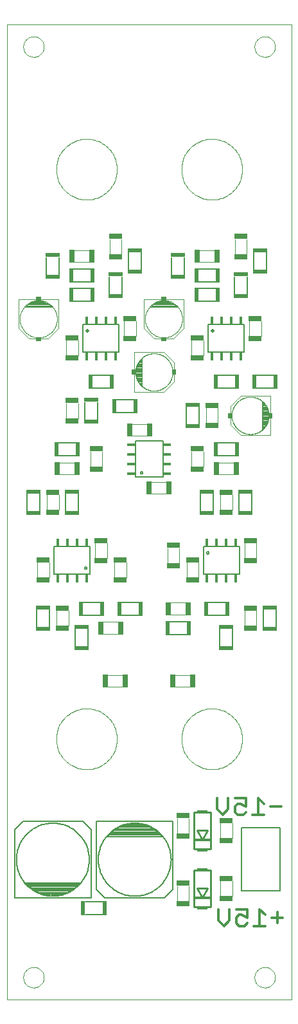
<source format=gbo>
G75*
G70*
%OFA0B0*%
%FSLAX24Y24*%
%IPPOS*%
%LPD*%
%AMOC8*
5,1,8,0,0,1.08239X$1,22.5*
%
%ADD10C,0.0000*%
%ADD11C,0.0140*%
%ADD12C,0.0060*%
%ADD13R,0.0720X0.0230*%
%ADD14C,0.0080*%
%ADD15C,0.0040*%
%ADD16R,0.0669X0.0295*%
%ADD17R,0.0140X0.0400*%
%ADD18R,0.0230X0.0720*%
%ADD19R,0.0295X0.0669*%
%ADD20R,0.0276X0.0217*%
%ADD21R,0.0217X0.0276*%
%ADD22R,0.0400X0.0140*%
%ADD23C,0.0100*%
%ADD24R,0.0531X0.0098*%
%ADD25R,0.0827X0.0118*%
D10*
X000142Y000180D02*
X000142Y050680D01*
X014892Y050680D01*
X014892Y000180D01*
X000142Y000180D01*
X000986Y001330D02*
X000988Y001376D01*
X000994Y001421D01*
X001004Y001466D01*
X001017Y001509D01*
X001034Y001552D01*
X001055Y001592D01*
X001079Y001631D01*
X001107Y001667D01*
X001138Y001701D01*
X001171Y001733D01*
X001207Y001761D01*
X001245Y001786D01*
X001285Y001808D01*
X001327Y001826D01*
X001370Y001840D01*
X001415Y001851D01*
X001460Y001858D01*
X001506Y001861D01*
X001551Y001860D01*
X001597Y001855D01*
X001642Y001846D01*
X001685Y001834D01*
X001728Y001817D01*
X001769Y001797D01*
X001808Y001774D01*
X001846Y001747D01*
X001880Y001717D01*
X001912Y001685D01*
X001941Y001649D01*
X001967Y001612D01*
X001990Y001572D01*
X002009Y001531D01*
X002024Y001488D01*
X002036Y001443D01*
X002044Y001398D01*
X002048Y001353D01*
X002048Y001307D01*
X002044Y001262D01*
X002036Y001217D01*
X002024Y001172D01*
X002009Y001129D01*
X001990Y001088D01*
X001967Y001048D01*
X001941Y001011D01*
X001912Y000975D01*
X001880Y000943D01*
X001846Y000913D01*
X001808Y000886D01*
X001769Y000863D01*
X001728Y000843D01*
X001685Y000826D01*
X001642Y000814D01*
X001597Y000805D01*
X001551Y000800D01*
X001506Y000799D01*
X001460Y000802D01*
X001415Y000809D01*
X001370Y000820D01*
X001327Y000834D01*
X001285Y000852D01*
X001245Y000874D01*
X001207Y000899D01*
X001171Y000927D01*
X001138Y000959D01*
X001107Y000993D01*
X001079Y001029D01*
X001055Y001068D01*
X001034Y001108D01*
X001017Y001151D01*
X001004Y001194D01*
X000994Y001239D01*
X000988Y001284D01*
X000986Y001330D01*
X002692Y013680D02*
X002694Y013759D01*
X002700Y013838D01*
X002710Y013917D01*
X002724Y013995D01*
X002741Y014072D01*
X002763Y014148D01*
X002788Y014223D01*
X002818Y014296D01*
X002850Y014368D01*
X002887Y014439D01*
X002927Y014507D01*
X002970Y014573D01*
X003016Y014637D01*
X003066Y014699D01*
X003119Y014758D01*
X003174Y014814D01*
X003233Y014868D01*
X003294Y014918D01*
X003357Y014966D01*
X003423Y015010D01*
X003491Y015051D01*
X003561Y015088D01*
X003632Y015122D01*
X003706Y015152D01*
X003780Y015178D01*
X003856Y015200D01*
X003933Y015219D01*
X004011Y015234D01*
X004089Y015245D01*
X004168Y015252D01*
X004247Y015255D01*
X004326Y015254D01*
X004405Y015249D01*
X004484Y015240D01*
X004562Y015227D01*
X004639Y015210D01*
X004716Y015190D01*
X004791Y015165D01*
X004865Y015137D01*
X004938Y015105D01*
X005008Y015070D01*
X005077Y015031D01*
X005144Y014988D01*
X005209Y014942D01*
X005271Y014894D01*
X005331Y014842D01*
X005388Y014787D01*
X005442Y014729D01*
X005493Y014669D01*
X005541Y014606D01*
X005586Y014541D01*
X005628Y014473D01*
X005666Y014404D01*
X005700Y014333D01*
X005731Y014260D01*
X005759Y014185D01*
X005782Y014110D01*
X005802Y014033D01*
X005818Y013956D01*
X005830Y013877D01*
X005838Y013799D01*
X005842Y013720D01*
X005842Y013640D01*
X005838Y013561D01*
X005830Y013483D01*
X005818Y013404D01*
X005802Y013327D01*
X005782Y013250D01*
X005759Y013175D01*
X005731Y013100D01*
X005700Y013027D01*
X005666Y012956D01*
X005628Y012887D01*
X005586Y012819D01*
X005541Y012754D01*
X005493Y012691D01*
X005442Y012631D01*
X005388Y012573D01*
X005331Y012518D01*
X005271Y012466D01*
X005209Y012418D01*
X005144Y012372D01*
X005077Y012329D01*
X005008Y012290D01*
X004938Y012255D01*
X004865Y012223D01*
X004791Y012195D01*
X004716Y012170D01*
X004639Y012150D01*
X004562Y012133D01*
X004484Y012120D01*
X004405Y012111D01*
X004326Y012106D01*
X004247Y012105D01*
X004168Y012108D01*
X004089Y012115D01*
X004011Y012126D01*
X003933Y012141D01*
X003856Y012160D01*
X003780Y012182D01*
X003706Y012208D01*
X003632Y012238D01*
X003561Y012272D01*
X003491Y012309D01*
X003423Y012350D01*
X003357Y012394D01*
X003294Y012442D01*
X003233Y012492D01*
X003174Y012546D01*
X003119Y012602D01*
X003066Y012661D01*
X003016Y012723D01*
X002970Y012787D01*
X002927Y012853D01*
X002887Y012921D01*
X002850Y012992D01*
X002818Y013064D01*
X002788Y013137D01*
X002763Y013212D01*
X002741Y013288D01*
X002724Y013365D01*
X002710Y013443D01*
X002700Y013522D01*
X002694Y013601D01*
X002692Y013680D01*
X009192Y013680D02*
X009194Y013759D01*
X009200Y013838D01*
X009210Y013917D01*
X009224Y013995D01*
X009241Y014072D01*
X009263Y014148D01*
X009288Y014223D01*
X009318Y014296D01*
X009350Y014368D01*
X009387Y014439D01*
X009427Y014507D01*
X009470Y014573D01*
X009516Y014637D01*
X009566Y014699D01*
X009619Y014758D01*
X009674Y014814D01*
X009733Y014868D01*
X009794Y014918D01*
X009857Y014966D01*
X009923Y015010D01*
X009991Y015051D01*
X010061Y015088D01*
X010132Y015122D01*
X010206Y015152D01*
X010280Y015178D01*
X010356Y015200D01*
X010433Y015219D01*
X010511Y015234D01*
X010589Y015245D01*
X010668Y015252D01*
X010747Y015255D01*
X010826Y015254D01*
X010905Y015249D01*
X010984Y015240D01*
X011062Y015227D01*
X011139Y015210D01*
X011216Y015190D01*
X011291Y015165D01*
X011365Y015137D01*
X011438Y015105D01*
X011508Y015070D01*
X011577Y015031D01*
X011644Y014988D01*
X011709Y014942D01*
X011771Y014894D01*
X011831Y014842D01*
X011888Y014787D01*
X011942Y014729D01*
X011993Y014669D01*
X012041Y014606D01*
X012086Y014541D01*
X012128Y014473D01*
X012166Y014404D01*
X012200Y014333D01*
X012231Y014260D01*
X012259Y014185D01*
X012282Y014110D01*
X012302Y014033D01*
X012318Y013956D01*
X012330Y013877D01*
X012338Y013799D01*
X012342Y013720D01*
X012342Y013640D01*
X012338Y013561D01*
X012330Y013483D01*
X012318Y013404D01*
X012302Y013327D01*
X012282Y013250D01*
X012259Y013175D01*
X012231Y013100D01*
X012200Y013027D01*
X012166Y012956D01*
X012128Y012887D01*
X012086Y012819D01*
X012041Y012754D01*
X011993Y012691D01*
X011942Y012631D01*
X011888Y012573D01*
X011831Y012518D01*
X011771Y012466D01*
X011709Y012418D01*
X011644Y012372D01*
X011577Y012329D01*
X011508Y012290D01*
X011438Y012255D01*
X011365Y012223D01*
X011291Y012195D01*
X011216Y012170D01*
X011139Y012150D01*
X011062Y012133D01*
X010984Y012120D01*
X010905Y012111D01*
X010826Y012106D01*
X010747Y012105D01*
X010668Y012108D01*
X010589Y012115D01*
X010511Y012126D01*
X010433Y012141D01*
X010356Y012160D01*
X010280Y012182D01*
X010206Y012208D01*
X010132Y012238D01*
X010061Y012272D01*
X009991Y012309D01*
X009923Y012350D01*
X009857Y012394D01*
X009794Y012442D01*
X009733Y012492D01*
X009674Y012546D01*
X009619Y012602D01*
X009566Y012661D01*
X009516Y012723D01*
X009470Y012787D01*
X009427Y012853D01*
X009387Y012921D01*
X009350Y012992D01*
X009318Y013064D01*
X009288Y013137D01*
X009263Y013212D01*
X009241Y013288D01*
X009224Y013365D01*
X009210Y013443D01*
X009200Y013522D01*
X009194Y013601D01*
X009192Y013680D01*
X012986Y001330D02*
X012988Y001376D01*
X012994Y001421D01*
X013004Y001466D01*
X013017Y001509D01*
X013034Y001552D01*
X013055Y001592D01*
X013079Y001631D01*
X013107Y001667D01*
X013138Y001701D01*
X013171Y001733D01*
X013207Y001761D01*
X013245Y001786D01*
X013285Y001808D01*
X013327Y001826D01*
X013370Y001840D01*
X013415Y001851D01*
X013460Y001858D01*
X013506Y001861D01*
X013551Y001860D01*
X013597Y001855D01*
X013642Y001846D01*
X013685Y001834D01*
X013728Y001817D01*
X013769Y001797D01*
X013808Y001774D01*
X013846Y001747D01*
X013880Y001717D01*
X013912Y001685D01*
X013941Y001649D01*
X013967Y001612D01*
X013990Y001572D01*
X014009Y001531D01*
X014024Y001488D01*
X014036Y001443D01*
X014044Y001398D01*
X014048Y001353D01*
X014048Y001307D01*
X014044Y001262D01*
X014036Y001217D01*
X014024Y001172D01*
X014009Y001129D01*
X013990Y001088D01*
X013967Y001048D01*
X013941Y001011D01*
X013912Y000975D01*
X013880Y000943D01*
X013846Y000913D01*
X013808Y000886D01*
X013769Y000863D01*
X013728Y000843D01*
X013685Y000826D01*
X013642Y000814D01*
X013597Y000805D01*
X013551Y000800D01*
X013506Y000799D01*
X013460Y000802D01*
X013415Y000809D01*
X013370Y000820D01*
X013327Y000834D01*
X013285Y000852D01*
X013245Y000874D01*
X013207Y000899D01*
X013171Y000927D01*
X013138Y000959D01*
X013107Y000993D01*
X013079Y001029D01*
X013055Y001068D01*
X013034Y001108D01*
X013017Y001151D01*
X013004Y001194D01*
X012994Y001239D01*
X012988Y001284D01*
X012986Y001330D01*
X009192Y043180D02*
X009194Y043259D01*
X009200Y043338D01*
X009210Y043417D01*
X009224Y043495D01*
X009241Y043572D01*
X009263Y043648D01*
X009288Y043723D01*
X009318Y043796D01*
X009350Y043868D01*
X009387Y043939D01*
X009427Y044007D01*
X009470Y044073D01*
X009516Y044137D01*
X009566Y044199D01*
X009619Y044258D01*
X009674Y044314D01*
X009733Y044368D01*
X009794Y044418D01*
X009857Y044466D01*
X009923Y044510D01*
X009991Y044551D01*
X010061Y044588D01*
X010132Y044622D01*
X010206Y044652D01*
X010280Y044678D01*
X010356Y044700D01*
X010433Y044719D01*
X010511Y044734D01*
X010589Y044745D01*
X010668Y044752D01*
X010747Y044755D01*
X010826Y044754D01*
X010905Y044749D01*
X010984Y044740D01*
X011062Y044727D01*
X011139Y044710D01*
X011216Y044690D01*
X011291Y044665D01*
X011365Y044637D01*
X011438Y044605D01*
X011508Y044570D01*
X011577Y044531D01*
X011644Y044488D01*
X011709Y044442D01*
X011771Y044394D01*
X011831Y044342D01*
X011888Y044287D01*
X011942Y044229D01*
X011993Y044169D01*
X012041Y044106D01*
X012086Y044041D01*
X012128Y043973D01*
X012166Y043904D01*
X012200Y043833D01*
X012231Y043760D01*
X012259Y043685D01*
X012282Y043610D01*
X012302Y043533D01*
X012318Y043456D01*
X012330Y043377D01*
X012338Y043299D01*
X012342Y043220D01*
X012342Y043140D01*
X012338Y043061D01*
X012330Y042983D01*
X012318Y042904D01*
X012302Y042827D01*
X012282Y042750D01*
X012259Y042675D01*
X012231Y042600D01*
X012200Y042527D01*
X012166Y042456D01*
X012128Y042387D01*
X012086Y042319D01*
X012041Y042254D01*
X011993Y042191D01*
X011942Y042131D01*
X011888Y042073D01*
X011831Y042018D01*
X011771Y041966D01*
X011709Y041918D01*
X011644Y041872D01*
X011577Y041829D01*
X011508Y041790D01*
X011438Y041755D01*
X011365Y041723D01*
X011291Y041695D01*
X011216Y041670D01*
X011139Y041650D01*
X011062Y041633D01*
X010984Y041620D01*
X010905Y041611D01*
X010826Y041606D01*
X010747Y041605D01*
X010668Y041608D01*
X010589Y041615D01*
X010511Y041626D01*
X010433Y041641D01*
X010356Y041660D01*
X010280Y041682D01*
X010206Y041708D01*
X010132Y041738D01*
X010061Y041772D01*
X009991Y041809D01*
X009923Y041850D01*
X009857Y041894D01*
X009794Y041942D01*
X009733Y041992D01*
X009674Y042046D01*
X009619Y042102D01*
X009566Y042161D01*
X009516Y042223D01*
X009470Y042287D01*
X009427Y042353D01*
X009387Y042421D01*
X009350Y042492D01*
X009318Y042564D01*
X009288Y042637D01*
X009263Y042712D01*
X009241Y042788D01*
X009224Y042865D01*
X009210Y042943D01*
X009200Y043022D01*
X009194Y043101D01*
X009192Y043180D01*
X012986Y049530D02*
X012988Y049576D01*
X012994Y049621D01*
X013004Y049666D01*
X013017Y049709D01*
X013034Y049752D01*
X013055Y049792D01*
X013079Y049831D01*
X013107Y049867D01*
X013138Y049901D01*
X013171Y049933D01*
X013207Y049961D01*
X013245Y049986D01*
X013285Y050008D01*
X013327Y050026D01*
X013370Y050040D01*
X013415Y050051D01*
X013460Y050058D01*
X013506Y050061D01*
X013551Y050060D01*
X013597Y050055D01*
X013642Y050046D01*
X013685Y050034D01*
X013728Y050017D01*
X013769Y049997D01*
X013808Y049974D01*
X013846Y049947D01*
X013880Y049917D01*
X013912Y049885D01*
X013941Y049849D01*
X013967Y049812D01*
X013990Y049772D01*
X014009Y049731D01*
X014024Y049688D01*
X014036Y049643D01*
X014044Y049598D01*
X014048Y049553D01*
X014048Y049507D01*
X014044Y049462D01*
X014036Y049417D01*
X014024Y049372D01*
X014009Y049329D01*
X013990Y049288D01*
X013967Y049248D01*
X013941Y049211D01*
X013912Y049175D01*
X013880Y049143D01*
X013846Y049113D01*
X013808Y049086D01*
X013769Y049063D01*
X013728Y049043D01*
X013685Y049026D01*
X013642Y049014D01*
X013597Y049005D01*
X013551Y049000D01*
X013506Y048999D01*
X013460Y049002D01*
X013415Y049009D01*
X013370Y049020D01*
X013327Y049034D01*
X013285Y049052D01*
X013245Y049074D01*
X013207Y049099D01*
X013171Y049127D01*
X013138Y049159D01*
X013107Y049193D01*
X013079Y049229D01*
X013055Y049268D01*
X013034Y049308D01*
X013017Y049351D01*
X013004Y049394D01*
X012994Y049439D01*
X012988Y049484D01*
X012986Y049530D01*
X002692Y043180D02*
X002694Y043259D01*
X002700Y043338D01*
X002710Y043417D01*
X002724Y043495D01*
X002741Y043572D01*
X002763Y043648D01*
X002788Y043723D01*
X002818Y043796D01*
X002850Y043868D01*
X002887Y043939D01*
X002927Y044007D01*
X002970Y044073D01*
X003016Y044137D01*
X003066Y044199D01*
X003119Y044258D01*
X003174Y044314D01*
X003233Y044368D01*
X003294Y044418D01*
X003357Y044466D01*
X003423Y044510D01*
X003491Y044551D01*
X003561Y044588D01*
X003632Y044622D01*
X003706Y044652D01*
X003780Y044678D01*
X003856Y044700D01*
X003933Y044719D01*
X004011Y044734D01*
X004089Y044745D01*
X004168Y044752D01*
X004247Y044755D01*
X004326Y044754D01*
X004405Y044749D01*
X004484Y044740D01*
X004562Y044727D01*
X004639Y044710D01*
X004716Y044690D01*
X004791Y044665D01*
X004865Y044637D01*
X004938Y044605D01*
X005008Y044570D01*
X005077Y044531D01*
X005144Y044488D01*
X005209Y044442D01*
X005271Y044394D01*
X005331Y044342D01*
X005388Y044287D01*
X005442Y044229D01*
X005493Y044169D01*
X005541Y044106D01*
X005586Y044041D01*
X005628Y043973D01*
X005666Y043904D01*
X005700Y043833D01*
X005731Y043760D01*
X005759Y043685D01*
X005782Y043610D01*
X005802Y043533D01*
X005818Y043456D01*
X005830Y043377D01*
X005838Y043299D01*
X005842Y043220D01*
X005842Y043140D01*
X005838Y043061D01*
X005830Y042983D01*
X005818Y042904D01*
X005802Y042827D01*
X005782Y042750D01*
X005759Y042675D01*
X005731Y042600D01*
X005700Y042527D01*
X005666Y042456D01*
X005628Y042387D01*
X005586Y042319D01*
X005541Y042254D01*
X005493Y042191D01*
X005442Y042131D01*
X005388Y042073D01*
X005331Y042018D01*
X005271Y041966D01*
X005209Y041918D01*
X005144Y041872D01*
X005077Y041829D01*
X005008Y041790D01*
X004938Y041755D01*
X004865Y041723D01*
X004791Y041695D01*
X004716Y041670D01*
X004639Y041650D01*
X004562Y041633D01*
X004484Y041620D01*
X004405Y041611D01*
X004326Y041606D01*
X004247Y041605D01*
X004168Y041608D01*
X004089Y041615D01*
X004011Y041626D01*
X003933Y041641D01*
X003856Y041660D01*
X003780Y041682D01*
X003706Y041708D01*
X003632Y041738D01*
X003561Y041772D01*
X003491Y041809D01*
X003423Y041850D01*
X003357Y041894D01*
X003294Y041942D01*
X003233Y041992D01*
X003174Y042046D01*
X003119Y042102D01*
X003066Y042161D01*
X003016Y042223D01*
X002970Y042287D01*
X002927Y042353D01*
X002887Y042421D01*
X002850Y042492D01*
X002818Y042564D01*
X002788Y042637D01*
X002763Y042712D01*
X002741Y042788D01*
X002724Y042865D01*
X002710Y042943D01*
X002700Y043022D01*
X002694Y043101D01*
X002692Y043180D01*
X000986Y049530D02*
X000988Y049576D01*
X000994Y049621D01*
X001004Y049666D01*
X001017Y049709D01*
X001034Y049752D01*
X001055Y049792D01*
X001079Y049831D01*
X001107Y049867D01*
X001138Y049901D01*
X001171Y049933D01*
X001207Y049961D01*
X001245Y049986D01*
X001285Y050008D01*
X001327Y050026D01*
X001370Y050040D01*
X001415Y050051D01*
X001460Y050058D01*
X001506Y050061D01*
X001551Y050060D01*
X001597Y050055D01*
X001642Y050046D01*
X001685Y050034D01*
X001728Y050017D01*
X001769Y049997D01*
X001808Y049974D01*
X001846Y049947D01*
X001880Y049917D01*
X001912Y049885D01*
X001941Y049849D01*
X001967Y049812D01*
X001990Y049772D01*
X002009Y049731D01*
X002024Y049688D01*
X002036Y049643D01*
X002044Y049598D01*
X002048Y049553D01*
X002048Y049507D01*
X002044Y049462D01*
X002036Y049417D01*
X002024Y049372D01*
X002009Y049329D01*
X001990Y049288D01*
X001967Y049248D01*
X001941Y049211D01*
X001912Y049175D01*
X001880Y049143D01*
X001846Y049113D01*
X001808Y049086D01*
X001769Y049063D01*
X001728Y049043D01*
X001685Y049026D01*
X001642Y049014D01*
X001597Y049005D01*
X001551Y049000D01*
X001506Y048999D01*
X001460Y049002D01*
X001415Y049009D01*
X001370Y049020D01*
X001327Y049034D01*
X001285Y049052D01*
X001245Y049074D01*
X001207Y049099D01*
X001171Y049127D01*
X001138Y049159D01*
X001107Y049193D01*
X001079Y049229D01*
X001055Y049268D01*
X001034Y049308D01*
X001017Y049351D01*
X001004Y049394D01*
X000994Y049439D01*
X000988Y049484D01*
X000986Y049530D01*
D11*
X011044Y010611D02*
X011044Y010037D01*
X011331Y009750D01*
X011617Y010037D01*
X011617Y010611D01*
X011964Y010611D02*
X012538Y010611D01*
X012538Y010180D01*
X012251Y010324D01*
X012108Y010324D01*
X011964Y010180D01*
X011964Y009893D01*
X012108Y009750D01*
X012395Y009750D01*
X012538Y009893D01*
X012885Y009750D02*
X013459Y009750D01*
X013459Y010324D02*
X013172Y010611D01*
X013172Y009750D01*
X013806Y010180D02*
X014380Y010180D01*
X013239Y004861D02*
X013239Y004000D01*
X013526Y004000D02*
X012952Y004000D01*
X012605Y004143D02*
X012462Y004000D01*
X012175Y004000D01*
X012031Y004143D01*
X012031Y004430D01*
X012175Y004574D01*
X012318Y004574D01*
X012605Y004430D01*
X012605Y004861D01*
X012031Y004861D01*
X011684Y004861D02*
X011684Y004287D01*
X011397Y004000D01*
X011110Y004287D01*
X011110Y004861D01*
X013239Y004861D02*
X013526Y004574D01*
X013873Y004430D02*
X014447Y004430D01*
X014160Y004717D02*
X014160Y004143D01*
D12*
X011847Y018480D02*
X011847Y019380D01*
X011467Y020100D02*
X010567Y020100D01*
X010567Y020760D02*
X011467Y020760D01*
X011187Y019380D02*
X011187Y018480D01*
X010337Y022220D02*
X010337Y023640D01*
X012197Y023640D01*
X012197Y022220D01*
X010337Y022220D01*
X009467Y019760D02*
X008567Y019760D01*
X008567Y019100D02*
X009467Y019100D01*
X010187Y025480D02*
X010187Y026380D01*
X010847Y026380D02*
X010847Y025480D01*
X011067Y028350D02*
X011967Y028350D01*
X011967Y029010D02*
X011067Y029010D01*
X011067Y031850D02*
X011967Y031850D01*
X011967Y032510D02*
X011067Y032510D01*
X010587Y033720D02*
X010587Y035140D01*
X012447Y035140D01*
X012447Y033720D01*
X010587Y033720D01*
X010967Y036350D02*
X010067Y036350D01*
X010067Y037010D02*
X010967Y037010D01*
X010967Y037350D02*
X010067Y037350D01*
X010067Y038010D02*
X010967Y038010D01*
X011937Y037630D02*
X011937Y036730D01*
X012597Y036730D02*
X012597Y037630D01*
X012937Y037980D02*
X012937Y038880D01*
X013597Y038880D02*
X013597Y037980D01*
X013967Y032510D02*
X013067Y032510D01*
X013067Y031850D02*
X013967Y031850D01*
X012847Y026380D02*
X012847Y025480D01*
X012187Y025480D02*
X012187Y026380D01*
X013437Y020380D02*
X013437Y019480D01*
X014097Y019480D02*
X014097Y020380D01*
X010097Y029980D02*
X010097Y030880D01*
X009437Y030880D02*
X009437Y029980D01*
X008227Y029110D02*
X008227Y027250D01*
X006807Y027250D01*
X006807Y029110D01*
X008227Y029110D01*
X006717Y030600D02*
X005817Y030600D01*
X005817Y031260D02*
X006717Y031260D01*
X005947Y033720D02*
X004087Y033720D01*
X004087Y035140D01*
X005947Y035140D01*
X005947Y033720D01*
X005467Y032510D02*
X004567Y032510D01*
X004567Y031850D02*
X005467Y031850D01*
X004847Y031130D02*
X004847Y030230D01*
X004187Y030230D02*
X004187Y031130D01*
X003717Y029010D02*
X002817Y029010D01*
X002817Y028350D02*
X003717Y028350D01*
X003847Y026380D02*
X003847Y025480D01*
X004447Y023640D02*
X004447Y022220D01*
X002587Y022220D01*
X002587Y023640D01*
X004447Y023640D01*
X004067Y020760D02*
X004967Y020760D01*
X004967Y020100D02*
X004067Y020100D01*
X004347Y019380D02*
X004347Y018480D01*
X003687Y018480D02*
X003687Y019380D01*
X002347Y019480D02*
X002347Y020380D01*
X001687Y020380D02*
X001687Y019480D01*
X001847Y025480D02*
X001847Y026380D01*
X001187Y026380D02*
X001187Y025480D01*
X003187Y025480D02*
X003187Y026380D01*
X006067Y020760D02*
X006967Y020760D01*
X006967Y020100D02*
X006067Y020100D01*
X005092Y005260D02*
X004192Y005260D01*
X004192Y004600D02*
X005092Y004600D01*
X004467Y036350D02*
X003567Y036350D01*
X003567Y037010D02*
X004467Y037010D01*
X004467Y037350D02*
X003567Y037350D01*
X003567Y038010D02*
X004467Y038010D01*
X005437Y037630D02*
X005437Y036730D01*
X006097Y036730D02*
X006097Y037630D01*
X006437Y037980D02*
X006437Y038880D01*
X007097Y038880D02*
X007097Y037980D01*
X008687Y037730D02*
X008687Y038630D01*
X009347Y038630D02*
X009347Y037730D01*
X002847Y037730D02*
X002847Y038630D01*
X002187Y038630D02*
X002187Y037730D01*
D13*
X002517Y037625D03*
X002517Y038735D03*
X004517Y031235D03*
X004517Y030125D03*
X003517Y026485D03*
X003517Y025375D03*
X002017Y020485D03*
X002017Y019375D03*
X001517Y025375D03*
X001517Y026485D03*
X004017Y019485D03*
X004017Y018375D03*
X005767Y036625D03*
X005767Y037735D03*
X006767Y037875D03*
X006767Y038985D03*
X009017Y038735D03*
X009017Y037625D03*
X009767Y030985D03*
X009767Y029875D03*
X010517Y026485D03*
X010517Y025375D03*
X011517Y019485D03*
X011517Y018375D03*
X012517Y025375D03*
X012517Y026485D03*
X013767Y020485D03*
X013767Y019375D03*
X012267Y036625D03*
X012267Y037735D03*
X013267Y037875D03*
X013267Y038985D03*
D14*
X010750Y034820D02*
X010752Y034835D01*
X010758Y034848D01*
X010767Y034860D01*
X010778Y034869D01*
X010792Y034875D01*
X010807Y034877D01*
X010822Y034875D01*
X010835Y034869D01*
X010847Y034860D01*
X010856Y034849D01*
X010862Y034835D01*
X010864Y034820D01*
X010862Y034805D01*
X010856Y034792D01*
X010847Y034780D01*
X010836Y034771D01*
X010822Y034765D01*
X010807Y034763D01*
X010792Y034765D01*
X010779Y034771D01*
X010767Y034780D01*
X010758Y034791D01*
X010752Y034805D01*
X010750Y034820D01*
X010500Y023320D02*
X010502Y023335D01*
X010508Y023348D01*
X010517Y023360D01*
X010528Y023369D01*
X010542Y023375D01*
X010557Y023377D01*
X010572Y023375D01*
X010585Y023369D01*
X010597Y023360D01*
X010606Y023349D01*
X010612Y023335D01*
X010614Y023320D01*
X010612Y023305D01*
X010606Y023292D01*
X010597Y023280D01*
X010586Y023271D01*
X010572Y023265D01*
X010557Y023263D01*
X010542Y023265D01*
X010529Y023271D01*
X010517Y023280D01*
X010508Y023291D01*
X010502Y023305D01*
X010500Y023320D01*
X007070Y027470D02*
X007072Y027485D01*
X007078Y027498D01*
X007087Y027510D01*
X007098Y027519D01*
X007112Y027525D01*
X007127Y027527D01*
X007142Y027525D01*
X007155Y027519D01*
X007167Y027510D01*
X007176Y027499D01*
X007182Y027485D01*
X007184Y027470D01*
X007182Y027455D01*
X007176Y027442D01*
X007167Y027430D01*
X007156Y027421D01*
X007142Y027415D01*
X007127Y027413D01*
X007112Y027415D01*
X007099Y027421D01*
X007087Y027430D01*
X007078Y027441D01*
X007072Y027455D01*
X007070Y027470D01*
X004250Y034820D02*
X004252Y034835D01*
X004258Y034848D01*
X004267Y034860D01*
X004278Y034869D01*
X004292Y034875D01*
X004307Y034877D01*
X004322Y034875D01*
X004335Y034869D01*
X004347Y034860D01*
X004356Y034849D01*
X004362Y034835D01*
X004364Y034820D01*
X004362Y034805D01*
X004356Y034792D01*
X004347Y034780D01*
X004336Y034771D01*
X004322Y034765D01*
X004307Y034763D01*
X004292Y034765D01*
X004279Y034771D01*
X004267Y034780D01*
X004258Y034791D01*
X004252Y034805D01*
X004250Y034820D01*
X004170Y022540D02*
X004172Y022555D01*
X004178Y022568D01*
X004187Y022580D01*
X004198Y022589D01*
X004212Y022595D01*
X004227Y022597D01*
X004242Y022595D01*
X004255Y022589D01*
X004267Y022580D01*
X004276Y022569D01*
X004282Y022555D01*
X004284Y022540D01*
X004282Y022525D01*
X004276Y022512D01*
X004267Y022500D01*
X004256Y022491D01*
X004242Y022485D01*
X004227Y022483D01*
X004212Y022485D01*
X004199Y022491D01*
X004187Y022500D01*
X004178Y022511D01*
X004172Y022525D01*
X004170Y022540D01*
X004072Y009418D02*
X000962Y009418D01*
X000528Y008985D01*
X000528Y005442D01*
X004505Y005442D01*
X004505Y008985D01*
X004072Y009418D01*
X004778Y009418D02*
X008755Y009418D01*
X008755Y005875D01*
X008322Y005442D01*
X005212Y005442D01*
X004778Y005875D01*
X004778Y009418D01*
X005492Y008798D02*
X005330Y008631D01*
X008204Y008631D01*
X008007Y008816D01*
X007788Y008975D01*
X007550Y009105D01*
X007298Y009203D01*
X007035Y009269D01*
X006767Y009300D01*
X006534Y009283D01*
X006305Y009239D01*
X006083Y009167D01*
X005872Y009068D01*
X005674Y008945D01*
X007830Y008945D01*
X007938Y008866D02*
X005577Y008866D01*
X005492Y008798D02*
X005674Y008945D01*
X005800Y009023D02*
X007700Y009023D01*
X007556Y009102D02*
X005945Y009102D01*
X006126Y009180D02*
X007357Y009180D01*
X007075Y009259D02*
X006409Y009259D01*
X004877Y007430D02*
X004879Y007523D01*
X004886Y007615D01*
X004897Y007707D01*
X004913Y007799D01*
X004934Y007889D01*
X004958Y007979D01*
X004987Y008067D01*
X005021Y008153D01*
X005058Y008238D01*
X005100Y008321D01*
X005146Y008402D01*
X005196Y008480D01*
X005249Y008556D01*
X005306Y008629D01*
X005367Y008699D01*
X005431Y008766D01*
X005498Y008830D01*
X005568Y008891D01*
X005641Y008948D01*
X005717Y009001D01*
X005795Y009051D01*
X005876Y009097D01*
X005959Y009139D01*
X006044Y009176D01*
X006130Y009210D01*
X006218Y009239D01*
X006308Y009263D01*
X006398Y009284D01*
X006490Y009300D01*
X006582Y009311D01*
X006674Y009318D01*
X006767Y009320D01*
X006860Y009318D01*
X006952Y009311D01*
X007044Y009300D01*
X007136Y009284D01*
X007226Y009263D01*
X007316Y009239D01*
X007404Y009210D01*
X007490Y009176D01*
X007575Y009139D01*
X007658Y009097D01*
X007739Y009051D01*
X007817Y009001D01*
X007893Y008948D01*
X007966Y008891D01*
X008036Y008830D01*
X008103Y008766D01*
X008167Y008699D01*
X008228Y008629D01*
X008285Y008556D01*
X008338Y008480D01*
X008388Y008402D01*
X008434Y008321D01*
X008476Y008238D01*
X008513Y008153D01*
X008547Y008067D01*
X008576Y007979D01*
X008600Y007889D01*
X008621Y007799D01*
X008637Y007707D01*
X008648Y007615D01*
X008655Y007523D01*
X008657Y007430D01*
X008655Y007337D01*
X008648Y007245D01*
X008637Y007153D01*
X008621Y007061D01*
X008600Y006971D01*
X008576Y006881D01*
X008547Y006793D01*
X008513Y006707D01*
X008476Y006622D01*
X008434Y006539D01*
X008388Y006458D01*
X008338Y006380D01*
X008285Y006304D01*
X008228Y006231D01*
X008167Y006161D01*
X008103Y006094D01*
X008036Y006030D01*
X007966Y005969D01*
X007893Y005912D01*
X007817Y005859D01*
X007739Y005809D01*
X007658Y005763D01*
X007575Y005721D01*
X007490Y005684D01*
X007404Y005650D01*
X007316Y005621D01*
X007226Y005597D01*
X007136Y005576D01*
X007044Y005560D01*
X006952Y005549D01*
X006860Y005542D01*
X006767Y005540D01*
X006674Y005542D01*
X006582Y005549D01*
X006490Y005560D01*
X006398Y005576D01*
X006308Y005597D01*
X006218Y005621D01*
X006130Y005650D01*
X006044Y005684D01*
X005959Y005721D01*
X005876Y005763D01*
X005795Y005809D01*
X005717Y005859D01*
X005641Y005912D01*
X005568Y005969D01*
X005498Y006030D01*
X005431Y006094D01*
X005367Y006161D01*
X005306Y006231D01*
X005249Y006304D01*
X005196Y006380D01*
X005146Y006458D01*
X005100Y006539D01*
X005058Y006622D01*
X005021Y006707D01*
X004987Y006793D01*
X004958Y006881D01*
X004934Y006971D01*
X004913Y007061D01*
X004897Y007153D01*
X004886Y007245D01*
X004879Y007337D01*
X004877Y007430D01*
X005330Y008631D02*
X008204Y008631D01*
X008120Y008709D02*
X005406Y008709D01*
X005482Y008788D02*
X008037Y008788D01*
X003954Y006229D02*
X003791Y006062D01*
X003610Y005915D01*
X003412Y005792D01*
X003200Y005693D01*
X002978Y005621D01*
X002749Y005577D01*
X002517Y005560D01*
X002248Y005591D01*
X001985Y005657D01*
X001733Y005755D01*
X001496Y005885D01*
X001277Y006044D01*
X001080Y006229D01*
X003954Y006229D01*
X003923Y006197D02*
X001113Y006197D01*
X001197Y006119D02*
X003847Y006119D01*
X003765Y006040D02*
X001281Y006040D01*
X001389Y005962D02*
X003667Y005962D01*
X003558Y005883D02*
X001498Y005883D01*
X001642Y005805D02*
X003432Y005805D01*
X003271Y005726D02*
X001806Y005726D01*
X002020Y005648D02*
X003060Y005648D01*
X002649Y005569D02*
X002435Y005569D01*
X000627Y007430D02*
X000629Y007523D01*
X000636Y007615D01*
X000647Y007707D01*
X000663Y007799D01*
X000684Y007889D01*
X000708Y007979D01*
X000737Y008067D01*
X000771Y008153D01*
X000808Y008238D01*
X000850Y008321D01*
X000896Y008402D01*
X000946Y008480D01*
X000999Y008556D01*
X001056Y008629D01*
X001117Y008699D01*
X001181Y008766D01*
X001248Y008830D01*
X001318Y008891D01*
X001391Y008948D01*
X001467Y009001D01*
X001545Y009051D01*
X001626Y009097D01*
X001709Y009139D01*
X001794Y009176D01*
X001880Y009210D01*
X001968Y009239D01*
X002058Y009263D01*
X002148Y009284D01*
X002240Y009300D01*
X002332Y009311D01*
X002424Y009318D01*
X002517Y009320D01*
X002610Y009318D01*
X002702Y009311D01*
X002794Y009300D01*
X002886Y009284D01*
X002976Y009263D01*
X003066Y009239D01*
X003154Y009210D01*
X003240Y009176D01*
X003325Y009139D01*
X003408Y009097D01*
X003489Y009051D01*
X003567Y009001D01*
X003643Y008948D01*
X003716Y008891D01*
X003786Y008830D01*
X003853Y008766D01*
X003917Y008699D01*
X003978Y008629D01*
X004035Y008556D01*
X004088Y008480D01*
X004138Y008402D01*
X004184Y008321D01*
X004226Y008238D01*
X004263Y008153D01*
X004297Y008067D01*
X004326Y007979D01*
X004350Y007889D01*
X004371Y007799D01*
X004387Y007707D01*
X004398Y007615D01*
X004405Y007523D01*
X004407Y007430D01*
X004405Y007337D01*
X004398Y007245D01*
X004387Y007153D01*
X004371Y007061D01*
X004350Y006971D01*
X004326Y006881D01*
X004297Y006793D01*
X004263Y006707D01*
X004226Y006622D01*
X004184Y006539D01*
X004138Y006458D01*
X004088Y006380D01*
X004035Y006304D01*
X003978Y006231D01*
X003917Y006161D01*
X003853Y006094D01*
X003786Y006030D01*
X003716Y005969D01*
X003643Y005912D01*
X003567Y005859D01*
X003489Y005809D01*
X003408Y005763D01*
X003325Y005721D01*
X003240Y005684D01*
X003154Y005650D01*
X003066Y005621D01*
X002976Y005597D01*
X002886Y005576D01*
X002794Y005560D01*
X002702Y005549D01*
X002610Y005542D01*
X002517Y005540D01*
X002424Y005542D01*
X002332Y005549D01*
X002240Y005560D01*
X002148Y005576D01*
X002058Y005597D01*
X001968Y005621D01*
X001880Y005650D01*
X001794Y005684D01*
X001709Y005721D01*
X001626Y005763D01*
X001545Y005809D01*
X001467Y005859D01*
X001391Y005912D01*
X001318Y005969D01*
X001248Y006030D01*
X001181Y006094D01*
X001117Y006161D01*
X001056Y006231D01*
X000999Y006304D01*
X000946Y006380D01*
X000896Y006458D01*
X000850Y006539D01*
X000808Y006622D01*
X000771Y006707D01*
X000737Y006793D01*
X000708Y006881D01*
X000684Y006971D01*
X000663Y007061D01*
X000647Y007153D01*
X000636Y007245D01*
X000629Y007337D01*
X000627Y007430D01*
X012315Y006643D02*
X012315Y005816D01*
X012433Y005816D01*
X012303Y005816D02*
X014311Y005816D01*
X014311Y009084D01*
X012303Y009084D01*
X012303Y005816D01*
X012315Y008217D02*
X012315Y009084D01*
X012472Y009084D01*
X014047Y009084D02*
X014323Y009084D01*
X014323Y005816D01*
X014047Y005816D01*
D15*
X011827Y005550D02*
X011827Y006310D01*
X011207Y006310D02*
X011207Y005550D01*
X011207Y008550D02*
X011207Y009310D01*
X011827Y009310D02*
X011827Y008550D01*
X009577Y008800D02*
X009577Y009560D01*
X008957Y009560D02*
X008957Y008800D01*
X008957Y006060D02*
X008957Y005300D01*
X009577Y005300D02*
X009577Y006060D01*
X009647Y016370D02*
X008887Y016370D01*
X008887Y016990D02*
X009647Y016990D01*
X009397Y020120D02*
X008637Y020120D01*
X008637Y020740D02*
X009397Y020740D01*
X009457Y022050D02*
X009457Y022810D01*
X009077Y022800D02*
X009077Y023560D01*
X008457Y023560D02*
X008457Y022800D01*
X008397Y026370D02*
X007637Y026370D01*
X007637Y026990D02*
X008397Y026990D01*
X007397Y029370D02*
X006637Y029370D01*
X006637Y029990D02*
X007397Y029990D01*
X006743Y031656D02*
X008259Y031656D01*
X008790Y032188D01*
X008790Y032306D01*
X008790Y032188D02*
X008790Y033172D01*
X008259Y033704D01*
X006743Y033704D01*
X006743Y033054D01*
X006881Y032976D02*
X007137Y032976D01*
X007137Y032938D02*
X006871Y032938D01*
X006881Y032975D02*
X006802Y032660D01*
X006881Y032385D01*
X006979Y032149D01*
X007137Y031971D01*
X007137Y033389D01*
X006999Y033211D01*
X006881Y032975D01*
X006900Y033015D02*
X007137Y033015D01*
X007137Y033053D02*
X006920Y033053D01*
X006939Y033092D02*
X007137Y033092D01*
X007137Y033130D02*
X006958Y033130D01*
X006977Y033169D02*
X007137Y033169D01*
X007137Y033207D02*
X006997Y033207D01*
X007025Y033246D02*
X007137Y033246D01*
X007137Y033284D02*
X007055Y033284D01*
X007085Y033323D02*
X007137Y033323D01*
X007137Y033361D02*
X007115Y033361D01*
X007156Y033408D02*
X007156Y031952D01*
X007137Y031975D02*
X007133Y031975D01*
X007137Y032014D02*
X007099Y032014D01*
X007065Y032052D02*
X007137Y032052D01*
X007137Y032091D02*
X007031Y032091D01*
X006997Y032129D02*
X007137Y032129D01*
X007137Y032168D02*
X006971Y032168D01*
X006955Y032206D02*
X007137Y032206D01*
X007137Y032245D02*
X006939Y032245D01*
X006923Y032283D02*
X007137Y032283D01*
X007137Y032322D02*
X006907Y032322D01*
X006891Y032360D02*
X007137Y032360D01*
X007137Y032399D02*
X006877Y032399D01*
X006866Y032437D02*
X007137Y032437D01*
X007137Y032476D02*
X006855Y032476D01*
X006844Y032514D02*
X007137Y032514D01*
X007137Y032553D02*
X006833Y032553D01*
X006822Y032591D02*
X007137Y032591D01*
X007137Y032630D02*
X006811Y032630D01*
X006804Y032668D02*
X007137Y032668D01*
X007137Y032707D02*
X006814Y032707D01*
X006823Y032745D02*
X007137Y032745D01*
X007137Y032784D02*
X006833Y032784D01*
X006843Y032822D02*
X007137Y032822D01*
X007137Y032861D02*
X006852Y032861D01*
X006862Y032899D02*
X007137Y032899D01*
X006743Y032306D02*
X006743Y031656D01*
X006743Y033704D01*
X008259Y033704D01*
X008790Y033172D01*
X008790Y033054D01*
X008790Y032188D02*
X008259Y031656D01*
X006743Y031656D01*
X006827Y034550D02*
X006827Y035310D01*
X007243Y034938D02*
X007775Y034406D01*
X007893Y034406D01*
X007775Y034406D02*
X008759Y034406D01*
X009290Y034938D01*
X009290Y036454D01*
X008641Y036454D01*
X008562Y036316D02*
X008798Y036198D01*
X008975Y036060D01*
X007558Y036060D01*
X007735Y036217D01*
X007971Y036316D01*
X008247Y036395D01*
X008562Y036316D01*
X008523Y036326D02*
X008005Y036326D01*
X007902Y036287D02*
X008619Y036287D01*
X008696Y036249D02*
X007810Y036249D01*
X007727Y036210D02*
X008773Y036210D01*
X008832Y036172D02*
X007684Y036172D01*
X007640Y036133D02*
X008881Y036133D01*
X008931Y036095D02*
X007597Y036095D01*
X007538Y036040D02*
X008995Y036040D01*
X009290Y036454D02*
X009290Y034938D01*
X008759Y034406D01*
X008641Y034406D01*
X007302Y035430D02*
X007304Y035492D01*
X007310Y035553D01*
X007320Y035614D01*
X007334Y035675D01*
X007351Y035734D01*
X007373Y035792D01*
X007398Y035849D01*
X007426Y035904D01*
X007458Y035956D01*
X007494Y036007D01*
X007532Y036056D01*
X007574Y036101D01*
X007618Y036144D01*
X007665Y036184D01*
X007715Y036221D01*
X007767Y036255D01*
X007821Y036286D01*
X007876Y036312D01*
X007934Y036336D01*
X007992Y036355D01*
X008052Y036371D01*
X008113Y036383D01*
X008174Y036391D01*
X008236Y036395D01*
X008298Y036395D01*
X008360Y036391D01*
X008421Y036383D01*
X008482Y036371D01*
X008542Y036355D01*
X008600Y036336D01*
X008658Y036312D01*
X008713Y036286D01*
X008767Y036255D01*
X008819Y036221D01*
X008869Y036184D01*
X008916Y036144D01*
X008960Y036101D01*
X009002Y036056D01*
X009040Y036007D01*
X009076Y035956D01*
X009108Y035904D01*
X009136Y035849D01*
X009161Y035792D01*
X009183Y035734D01*
X009200Y035675D01*
X009214Y035614D01*
X009224Y035553D01*
X009230Y035492D01*
X009232Y035430D01*
X009230Y035368D01*
X009224Y035307D01*
X009214Y035246D01*
X009200Y035185D01*
X009183Y035126D01*
X009161Y035068D01*
X009136Y035011D01*
X009108Y034956D01*
X009076Y034904D01*
X009040Y034853D01*
X009002Y034804D01*
X008960Y034759D01*
X008916Y034716D01*
X008869Y034676D01*
X008819Y034639D01*
X008767Y034605D01*
X008713Y034574D01*
X008658Y034548D01*
X008600Y034524D01*
X008542Y034505D01*
X008482Y034489D01*
X008421Y034477D01*
X008360Y034469D01*
X008298Y034465D01*
X008236Y034465D01*
X008174Y034469D01*
X008113Y034477D01*
X008052Y034489D01*
X007992Y034505D01*
X007934Y034524D01*
X007876Y034548D01*
X007821Y034574D01*
X007767Y034605D01*
X007715Y034639D01*
X007665Y034676D01*
X007618Y034716D01*
X007574Y034759D01*
X007532Y034804D01*
X007494Y034853D01*
X007458Y034904D01*
X007426Y034956D01*
X007398Y035011D01*
X007373Y035068D01*
X007351Y035126D01*
X007334Y035185D01*
X007320Y035246D01*
X007310Y035307D01*
X007304Y035368D01*
X007302Y035430D01*
X007243Y034938D02*
X007243Y036454D01*
X007893Y036454D01*
X008140Y036364D02*
X008369Y036364D01*
X008602Y036335D02*
X008659Y036312D01*
X008714Y036285D01*
X008768Y036255D01*
X008820Y036221D01*
X008869Y036184D01*
X008916Y036144D01*
X008961Y036101D01*
X009002Y036055D01*
X009041Y036007D01*
X009076Y035956D01*
X009108Y035903D01*
X009137Y035848D01*
X009162Y035792D01*
X009183Y035734D01*
X009201Y035675D01*
X009214Y035614D01*
X009224Y035553D01*
X009230Y035492D01*
X009232Y035430D01*
X009230Y035368D01*
X009224Y035307D01*
X009214Y035246D01*
X009201Y035185D01*
X009183Y035126D01*
X009162Y035068D01*
X009137Y035012D01*
X009108Y034957D01*
X009076Y034904D01*
X009041Y034853D01*
X009002Y034805D01*
X008961Y034759D01*
X008916Y034716D01*
X008869Y034676D01*
X008820Y034639D01*
X008768Y034605D01*
X008714Y034575D01*
X008659Y034548D01*
X008602Y034525D01*
X007932Y034525D02*
X007875Y034548D01*
X007820Y034575D01*
X007766Y034605D01*
X007714Y034639D01*
X007665Y034676D01*
X007618Y034716D01*
X007573Y034759D01*
X007532Y034805D01*
X007493Y034853D01*
X007458Y034904D01*
X007426Y034957D01*
X007397Y035012D01*
X007372Y035068D01*
X007351Y035126D01*
X007333Y035185D01*
X007320Y035246D01*
X007310Y035307D01*
X007304Y035368D01*
X007302Y035430D01*
X007304Y035492D01*
X007310Y035553D01*
X007320Y035614D01*
X007333Y035675D01*
X007351Y035734D01*
X007372Y035792D01*
X007397Y035848D01*
X007426Y035903D01*
X007458Y035956D01*
X007493Y036007D01*
X007532Y036055D01*
X007573Y036101D01*
X007618Y036144D01*
X007665Y036184D01*
X007714Y036221D01*
X007766Y036255D01*
X007820Y036285D01*
X007875Y036312D01*
X007932Y036335D01*
X007243Y036454D02*
X007243Y034938D01*
X007775Y034406D01*
X006802Y032680D02*
X006804Y032742D01*
X006810Y032803D01*
X006820Y032864D01*
X006834Y032925D01*
X006851Y032984D01*
X006873Y033042D01*
X006898Y033099D01*
X006926Y033154D01*
X006958Y033206D01*
X006994Y033257D01*
X007032Y033306D01*
X007074Y033351D01*
X007118Y033394D01*
X007165Y033434D01*
X007215Y033471D01*
X007267Y033505D01*
X007321Y033536D01*
X007376Y033562D01*
X007434Y033586D01*
X007492Y033605D01*
X007552Y033621D01*
X007613Y033633D01*
X007674Y033641D01*
X007736Y033645D01*
X007798Y033645D01*
X007860Y033641D01*
X007921Y033633D01*
X007982Y033621D01*
X008042Y033605D01*
X008100Y033586D01*
X008158Y033562D01*
X008213Y033536D01*
X008267Y033505D01*
X008319Y033471D01*
X008369Y033434D01*
X008416Y033394D01*
X008460Y033351D01*
X008502Y033306D01*
X008540Y033257D01*
X008576Y033206D01*
X008608Y033154D01*
X008636Y033099D01*
X008661Y033042D01*
X008683Y032984D01*
X008700Y032925D01*
X008714Y032864D01*
X008724Y032803D01*
X008730Y032742D01*
X008732Y032680D01*
X008730Y032618D01*
X008724Y032557D01*
X008714Y032496D01*
X008700Y032435D01*
X008683Y032376D01*
X008661Y032318D01*
X008636Y032261D01*
X008608Y032206D01*
X008576Y032154D01*
X008540Y032103D01*
X008502Y032054D01*
X008460Y032009D01*
X008416Y031966D01*
X008369Y031926D01*
X008319Y031889D01*
X008267Y031855D01*
X008213Y031824D01*
X008158Y031798D01*
X008100Y031774D01*
X008042Y031755D01*
X007982Y031739D01*
X007921Y031727D01*
X007860Y031719D01*
X007798Y031715D01*
X007736Y031715D01*
X007674Y031719D01*
X007613Y031727D01*
X007552Y031739D01*
X007492Y031755D01*
X007434Y031774D01*
X007376Y031798D01*
X007321Y031824D01*
X007267Y031855D01*
X007215Y031889D01*
X007165Y031926D01*
X007118Y031966D01*
X007074Y032009D01*
X007032Y032054D01*
X006994Y032103D01*
X006958Y032154D01*
X006926Y032206D01*
X006898Y032261D01*
X006873Y032318D01*
X006851Y032376D01*
X006834Y032435D01*
X006820Y032496D01*
X006810Y032557D01*
X006804Y032618D01*
X006802Y032680D01*
X006207Y034550D02*
X006207Y035310D01*
X007243Y036454D02*
X009290Y036454D01*
X009707Y034310D02*
X009707Y033550D01*
X010327Y033550D02*
X010327Y034310D01*
X010457Y030810D02*
X010457Y030050D01*
X010327Y028560D02*
X010327Y027800D01*
X009707Y027800D02*
X009707Y028560D01*
X011137Y027990D02*
X011897Y027990D01*
X011897Y027370D02*
X011137Y027370D01*
X011207Y026310D02*
X011207Y025550D01*
X011827Y025550D02*
X011827Y026310D01*
X012457Y023810D02*
X012457Y023050D01*
X013077Y023050D02*
X013077Y023810D01*
X013077Y020310D02*
X013077Y019550D01*
X012457Y019550D02*
X012457Y020310D01*
X010077Y022050D02*
X010077Y022810D01*
X012275Y029406D02*
X011743Y029938D01*
X011743Y030056D01*
X011743Y029938D02*
X012275Y029406D01*
X013790Y029406D01*
X013790Y030056D01*
X013649Y030127D02*
X013397Y030127D01*
X013397Y030089D02*
X013629Y030089D01*
X013610Y030050D02*
X013397Y030050D01*
X013397Y030012D02*
X013591Y030012D01*
X013572Y029973D02*
X013397Y029973D01*
X013397Y029935D02*
X013552Y029935D01*
X013534Y029899D02*
X013397Y029721D01*
X013397Y031139D01*
X013554Y030961D01*
X013652Y030725D01*
X013731Y030450D01*
X013652Y030135D01*
X013534Y029899D01*
X013532Y029896D02*
X013397Y029896D01*
X013397Y029858D02*
X013503Y029858D01*
X013473Y029819D02*
X013397Y029819D01*
X013397Y029781D02*
X013443Y029781D01*
X013413Y029742D02*
X013397Y029742D01*
X013377Y029702D02*
X013377Y031158D01*
X013397Y031128D02*
X013406Y031128D01*
X013397Y031090D02*
X013440Y031090D01*
X013474Y031051D02*
X013397Y031051D01*
X013397Y031013D02*
X013509Y031013D01*
X013543Y030974D02*
X013397Y030974D01*
X013397Y030936D02*
X013565Y030936D01*
X013581Y030897D02*
X013397Y030897D01*
X013397Y030859D02*
X013597Y030859D01*
X013613Y030820D02*
X013397Y030820D01*
X013397Y030782D02*
X013629Y030782D01*
X013645Y030743D02*
X013397Y030743D01*
X013397Y030705D02*
X013658Y030705D01*
X013669Y030666D02*
X013397Y030666D01*
X013397Y030628D02*
X013680Y030628D01*
X013691Y030589D02*
X013397Y030589D01*
X013397Y030551D02*
X013702Y030551D01*
X013713Y030512D02*
X013397Y030512D01*
X013397Y030474D02*
X013724Y030474D01*
X013728Y030435D02*
X013397Y030435D01*
X013397Y030397D02*
X013718Y030397D01*
X013708Y030358D02*
X013397Y030358D01*
X013397Y030320D02*
X013699Y030320D01*
X013689Y030281D02*
X013397Y030281D01*
X013397Y030243D02*
X013679Y030243D01*
X013670Y030204D02*
X013397Y030204D01*
X013397Y030166D02*
X013660Y030166D01*
X013790Y030804D02*
X013790Y031454D01*
X012275Y031454D01*
X011743Y030922D01*
X011743Y030804D01*
X011743Y030922D02*
X011743Y029938D01*
X011743Y030922D02*
X012275Y031454D01*
X013790Y031454D01*
X013790Y029406D01*
X012275Y029406D01*
X011862Y030095D02*
X011885Y030038D01*
X011912Y029983D01*
X011942Y029929D01*
X011976Y029877D01*
X012013Y029828D01*
X012053Y029781D01*
X012096Y029736D01*
X012142Y029695D01*
X012190Y029656D01*
X012241Y029621D01*
X012294Y029589D01*
X012349Y029560D01*
X012405Y029535D01*
X012463Y029514D01*
X012522Y029496D01*
X012583Y029483D01*
X012644Y029473D01*
X012705Y029467D01*
X012767Y029465D01*
X012829Y029467D01*
X012890Y029473D01*
X012951Y029483D01*
X013012Y029496D01*
X013071Y029514D01*
X013129Y029535D01*
X013185Y029560D01*
X013240Y029589D01*
X013293Y029621D01*
X013344Y029656D01*
X013392Y029695D01*
X013438Y029736D01*
X013481Y029781D01*
X013521Y029828D01*
X013558Y029877D01*
X013592Y029929D01*
X013622Y029983D01*
X013649Y030038D01*
X013672Y030095D01*
X011802Y030430D02*
X011804Y030492D01*
X011810Y030553D01*
X011820Y030614D01*
X011834Y030675D01*
X011851Y030734D01*
X011873Y030792D01*
X011898Y030849D01*
X011926Y030904D01*
X011958Y030956D01*
X011994Y031007D01*
X012032Y031056D01*
X012074Y031101D01*
X012118Y031144D01*
X012165Y031184D01*
X012215Y031221D01*
X012267Y031255D01*
X012321Y031286D01*
X012376Y031312D01*
X012434Y031336D01*
X012492Y031355D01*
X012552Y031371D01*
X012613Y031383D01*
X012674Y031391D01*
X012736Y031395D01*
X012798Y031395D01*
X012860Y031391D01*
X012921Y031383D01*
X012982Y031371D01*
X013042Y031355D01*
X013100Y031336D01*
X013158Y031312D01*
X013213Y031286D01*
X013267Y031255D01*
X013319Y031221D01*
X013369Y031184D01*
X013416Y031144D01*
X013460Y031101D01*
X013502Y031056D01*
X013540Y031007D01*
X013576Y030956D01*
X013608Y030904D01*
X013636Y030849D01*
X013661Y030792D01*
X013683Y030734D01*
X013700Y030675D01*
X013714Y030614D01*
X013724Y030553D01*
X013730Y030492D01*
X013732Y030430D01*
X013730Y030368D01*
X013724Y030307D01*
X013714Y030246D01*
X013700Y030185D01*
X013683Y030126D01*
X013661Y030068D01*
X013636Y030011D01*
X013608Y029956D01*
X013576Y029904D01*
X013540Y029853D01*
X013502Y029804D01*
X013460Y029759D01*
X013416Y029716D01*
X013369Y029676D01*
X013319Y029639D01*
X013267Y029605D01*
X013213Y029574D01*
X013158Y029548D01*
X013100Y029524D01*
X013042Y029505D01*
X012982Y029489D01*
X012921Y029477D01*
X012860Y029469D01*
X012798Y029465D01*
X012736Y029465D01*
X012674Y029469D01*
X012613Y029477D01*
X012552Y029489D01*
X012492Y029505D01*
X012434Y029524D01*
X012376Y029548D01*
X012321Y029574D01*
X012267Y029605D01*
X012215Y029639D01*
X012165Y029676D01*
X012118Y029716D01*
X012074Y029759D01*
X012032Y029804D01*
X011994Y029853D01*
X011958Y029904D01*
X011926Y029956D01*
X011898Y030011D01*
X011873Y030068D01*
X011851Y030126D01*
X011834Y030185D01*
X011820Y030246D01*
X011810Y030307D01*
X011804Y030368D01*
X011802Y030430D01*
X011077Y030810D02*
X011077Y030050D01*
X011862Y030765D02*
X011885Y030822D01*
X011912Y030877D01*
X011942Y030931D01*
X011976Y030983D01*
X012013Y031032D01*
X012053Y031079D01*
X012096Y031124D01*
X012142Y031165D01*
X012190Y031204D01*
X012241Y031239D01*
X012294Y031271D01*
X012349Y031300D01*
X012405Y031325D01*
X012463Y031346D01*
X012522Y031364D01*
X012583Y031377D01*
X012644Y031387D01*
X012705Y031393D01*
X012767Y031395D01*
X012829Y031393D01*
X012890Y031387D01*
X012951Y031377D01*
X013012Y031364D01*
X013071Y031346D01*
X013129Y031325D01*
X013185Y031300D01*
X013240Y031271D01*
X013293Y031239D01*
X013344Y031204D01*
X013392Y031165D01*
X013438Y031124D01*
X013481Y031079D01*
X013521Y031032D01*
X013558Y030983D01*
X013592Y030931D01*
X013622Y030877D01*
X013649Y030822D01*
X013672Y030765D01*
X013327Y034550D02*
X013327Y035310D01*
X012707Y035310D02*
X012707Y034550D01*
X012577Y038800D02*
X012577Y039560D01*
X011957Y039560D02*
X011957Y038800D01*
X010897Y038990D02*
X010137Y038990D01*
X010137Y038370D02*
X010897Y038370D01*
X008672Y033015D02*
X008649Y033072D01*
X008622Y033127D01*
X008592Y033181D01*
X008558Y033233D01*
X008521Y033282D01*
X008481Y033329D01*
X008438Y033374D01*
X008392Y033415D01*
X008344Y033454D01*
X008293Y033489D01*
X008240Y033521D01*
X008185Y033550D01*
X008129Y033575D01*
X008071Y033596D01*
X008012Y033614D01*
X007951Y033627D01*
X007890Y033637D01*
X007829Y033643D01*
X007767Y033645D01*
X007705Y033643D01*
X007644Y033637D01*
X007583Y033627D01*
X007522Y033614D01*
X007463Y033596D01*
X007405Y033575D01*
X007349Y033550D01*
X007294Y033521D01*
X007241Y033489D01*
X007190Y033454D01*
X007142Y033415D01*
X007096Y033374D01*
X007053Y033329D01*
X007013Y033282D01*
X006976Y033233D01*
X006942Y033181D01*
X006912Y033127D01*
X006885Y033072D01*
X006862Y033015D01*
X006862Y032345D02*
X006885Y032288D01*
X006912Y032233D01*
X006942Y032179D01*
X006976Y032127D01*
X007013Y032078D01*
X007053Y032031D01*
X007096Y031986D01*
X007142Y031945D01*
X007190Y031906D01*
X007241Y031871D01*
X007294Y031839D01*
X007349Y031810D01*
X007405Y031785D01*
X007463Y031764D01*
X007522Y031746D01*
X007583Y031733D01*
X007644Y031723D01*
X007705Y031717D01*
X007767Y031715D01*
X007829Y031717D01*
X007890Y031723D01*
X007951Y031733D01*
X008012Y031746D01*
X008071Y031764D01*
X008129Y031785D01*
X008185Y031810D01*
X008240Y031839D01*
X008293Y031871D01*
X008344Y031906D01*
X008392Y031945D01*
X008438Y031986D01*
X008481Y032031D01*
X008521Y032078D01*
X008558Y032127D01*
X008592Y032179D01*
X008622Y032233D01*
X008649Y032288D01*
X008672Y032345D01*
X006077Y038800D02*
X006077Y039560D01*
X005457Y039560D02*
X005457Y038800D01*
X004397Y038990D02*
X003637Y038990D01*
X003637Y038370D02*
X004397Y038370D01*
X003827Y034310D02*
X003827Y033550D01*
X003827Y031060D02*
X003827Y030300D01*
X004457Y028560D02*
X004457Y027800D01*
X005077Y027800D02*
X005077Y028560D01*
X003647Y027990D02*
X002887Y027990D01*
X002887Y027370D02*
X003647Y027370D01*
X002827Y026310D02*
X002827Y025550D01*
X002207Y025550D02*
X002207Y026310D01*
X002327Y022810D02*
X002327Y022050D01*
X001707Y022050D02*
X001707Y022810D01*
X002707Y020310D02*
X002707Y019550D01*
X003327Y019550D02*
X003327Y020310D01*
X004707Y023050D02*
X004707Y023810D01*
X005327Y023810D02*
X005327Y023050D01*
X005707Y022810D02*
X005707Y022050D01*
X006327Y022050D02*
X006327Y022810D01*
X005897Y019740D02*
X005137Y019740D01*
X005137Y019120D02*
X005897Y019120D01*
X006147Y016990D02*
X005387Y016990D01*
X005387Y016370D02*
X006147Y016370D01*
X003207Y030300D02*
X003207Y031060D01*
X003207Y033550D02*
X003207Y034310D01*
X002790Y034938D02*
X002790Y036454D01*
X002141Y036454D01*
X002062Y036316D02*
X002298Y036198D01*
X002475Y036060D01*
X001058Y036060D01*
X001235Y036217D01*
X001471Y036316D01*
X001747Y036395D01*
X002062Y036316D01*
X002023Y036326D02*
X001505Y036326D01*
X001402Y036287D02*
X002119Y036287D01*
X002196Y036249D02*
X001310Y036249D01*
X001227Y036210D02*
X002273Y036210D01*
X002332Y036172D02*
X001184Y036172D01*
X001140Y036133D02*
X002381Y036133D01*
X002431Y036095D02*
X001097Y036095D01*
X001038Y036040D02*
X002495Y036040D01*
X002790Y036454D02*
X002790Y034938D01*
X002259Y034406D01*
X002141Y034406D01*
X002259Y034406D02*
X002790Y034938D01*
X002790Y036454D02*
X000743Y036454D01*
X000743Y034938D01*
X001275Y034406D01*
X001393Y034406D01*
X001275Y034406D02*
X002259Y034406D01*
X000802Y035430D02*
X000804Y035492D01*
X000810Y035553D01*
X000820Y035614D01*
X000834Y035675D01*
X000851Y035734D01*
X000873Y035792D01*
X000898Y035849D01*
X000926Y035904D01*
X000958Y035956D01*
X000994Y036007D01*
X001032Y036056D01*
X001074Y036101D01*
X001118Y036144D01*
X001165Y036184D01*
X001215Y036221D01*
X001267Y036255D01*
X001321Y036286D01*
X001376Y036312D01*
X001434Y036336D01*
X001492Y036355D01*
X001552Y036371D01*
X001613Y036383D01*
X001674Y036391D01*
X001736Y036395D01*
X001798Y036395D01*
X001860Y036391D01*
X001921Y036383D01*
X001982Y036371D01*
X002042Y036355D01*
X002100Y036336D01*
X002158Y036312D01*
X002213Y036286D01*
X002267Y036255D01*
X002319Y036221D01*
X002369Y036184D01*
X002416Y036144D01*
X002460Y036101D01*
X002502Y036056D01*
X002540Y036007D01*
X002576Y035956D01*
X002608Y035904D01*
X002636Y035849D01*
X002661Y035792D01*
X002683Y035734D01*
X002700Y035675D01*
X002714Y035614D01*
X002724Y035553D01*
X002730Y035492D01*
X002732Y035430D01*
X002730Y035368D01*
X002724Y035307D01*
X002714Y035246D01*
X002700Y035185D01*
X002683Y035126D01*
X002661Y035068D01*
X002636Y035011D01*
X002608Y034956D01*
X002576Y034904D01*
X002540Y034853D01*
X002502Y034804D01*
X002460Y034759D01*
X002416Y034716D01*
X002369Y034676D01*
X002319Y034639D01*
X002267Y034605D01*
X002213Y034574D01*
X002158Y034548D01*
X002100Y034524D01*
X002042Y034505D01*
X001982Y034489D01*
X001921Y034477D01*
X001860Y034469D01*
X001798Y034465D01*
X001736Y034465D01*
X001674Y034469D01*
X001613Y034477D01*
X001552Y034489D01*
X001492Y034505D01*
X001434Y034524D01*
X001376Y034548D01*
X001321Y034574D01*
X001267Y034605D01*
X001215Y034639D01*
X001165Y034676D01*
X001118Y034716D01*
X001074Y034759D01*
X001032Y034804D01*
X000994Y034853D01*
X000958Y034904D01*
X000926Y034956D01*
X000898Y035011D01*
X000873Y035068D01*
X000851Y035126D01*
X000834Y035185D01*
X000820Y035246D01*
X000810Y035307D01*
X000804Y035368D01*
X000802Y035430D01*
X000743Y034938D02*
X001275Y034406D01*
X002102Y034525D02*
X002159Y034548D01*
X002214Y034575D01*
X002268Y034605D01*
X002320Y034639D01*
X002369Y034676D01*
X002416Y034716D01*
X002461Y034759D01*
X002502Y034805D01*
X002541Y034853D01*
X002576Y034904D01*
X002608Y034957D01*
X002637Y035012D01*
X002662Y035068D01*
X002683Y035126D01*
X002701Y035185D01*
X002714Y035246D01*
X002724Y035307D01*
X002730Y035368D01*
X002732Y035430D01*
X002730Y035492D01*
X002724Y035553D01*
X002714Y035614D01*
X002701Y035675D01*
X002683Y035734D01*
X002662Y035792D01*
X002637Y035848D01*
X002608Y035903D01*
X002576Y035956D01*
X002541Y036007D01*
X002502Y036055D01*
X002461Y036101D01*
X002416Y036144D01*
X002369Y036184D01*
X002320Y036221D01*
X002268Y036255D01*
X002214Y036285D01*
X002159Y036312D01*
X002102Y036335D01*
X001869Y036364D02*
X001640Y036364D01*
X001393Y036454D02*
X000743Y036454D01*
X000743Y034938D01*
X001432Y034525D02*
X001375Y034548D01*
X001320Y034575D01*
X001266Y034605D01*
X001214Y034639D01*
X001165Y034676D01*
X001118Y034716D01*
X001073Y034759D01*
X001032Y034805D01*
X000993Y034853D01*
X000958Y034904D01*
X000926Y034957D01*
X000897Y035012D01*
X000872Y035068D01*
X000851Y035126D01*
X000833Y035185D01*
X000820Y035246D01*
X000810Y035307D01*
X000804Y035368D01*
X000802Y035430D01*
X000804Y035492D01*
X000810Y035553D01*
X000820Y035614D01*
X000833Y035675D01*
X000851Y035734D01*
X000872Y035792D01*
X000897Y035848D01*
X000926Y035903D01*
X000958Y035956D01*
X000993Y036007D01*
X001032Y036055D01*
X001073Y036101D01*
X001118Y036144D01*
X001165Y036184D01*
X001214Y036221D01*
X001266Y036255D01*
X001320Y036285D01*
X001375Y036312D01*
X001432Y036335D01*
D16*
X003517Y034452D03*
X003516Y033408D03*
X003517Y031202D03*
X003516Y030158D03*
X002517Y026452D03*
X002516Y025408D03*
X002017Y022952D03*
X002016Y021908D03*
X003017Y020452D03*
X003016Y019408D03*
X005016Y022908D03*
X005017Y023952D03*
X006017Y022952D03*
X006016Y021908D03*
X004766Y027658D03*
X004767Y028702D03*
X006516Y034408D03*
X006517Y035452D03*
X005766Y038658D03*
X005767Y039702D03*
X010017Y034452D03*
X010016Y033408D03*
X010767Y030952D03*
X010766Y029908D03*
X010017Y028702D03*
X010016Y027658D03*
X008767Y023702D03*
X008766Y022658D03*
X009767Y022952D03*
X009766Y021908D03*
X011516Y025408D03*
X011517Y026452D03*
X012767Y023952D03*
X012766Y022908D03*
X012767Y020452D03*
X012766Y019408D03*
X011517Y009452D03*
X011516Y008408D03*
X011517Y006452D03*
X011516Y005408D03*
X009266Y005158D03*
X009267Y006202D03*
X009266Y008658D03*
X009267Y009702D03*
X013016Y034408D03*
X013017Y035452D03*
X012266Y038658D03*
X012267Y039702D03*
D17*
X012267Y035360D03*
X011767Y035360D03*
X011267Y035360D03*
X010767Y035360D03*
X010767Y033500D03*
X011267Y033500D03*
X011767Y033500D03*
X012267Y033500D03*
X012017Y023860D03*
X011517Y023860D03*
X011017Y023860D03*
X011017Y022000D03*
X011517Y022000D03*
X012017Y022000D03*
X010517Y022000D03*
X010517Y023860D03*
X005767Y033500D03*
X005267Y033500D03*
X004767Y033500D03*
X004267Y033500D03*
X004267Y035360D03*
X004767Y035360D03*
X005267Y035360D03*
X005767Y035360D03*
X004267Y023860D03*
X003767Y023860D03*
X003267Y023860D03*
X002767Y023860D03*
X002767Y022000D03*
X003267Y022000D03*
X003767Y022000D03*
X004267Y022000D03*
D18*
X003962Y020430D03*
X005072Y020430D03*
X005962Y020430D03*
X007072Y020430D03*
X008462Y019430D03*
X009572Y019430D03*
X010462Y020430D03*
X011572Y020430D03*
X012072Y028680D03*
X012072Y032180D03*
X012962Y032180D03*
X014072Y032180D03*
X011072Y036680D03*
X011072Y037680D03*
X009962Y037680D03*
X009962Y036680D03*
X010962Y032180D03*
X010962Y028680D03*
X006822Y030930D03*
X005712Y030930D03*
X005572Y032180D03*
X004462Y032180D03*
X003822Y028680D03*
X002712Y028680D03*
X003462Y036680D03*
X003462Y037680D03*
X004572Y037680D03*
X004572Y036680D03*
X004087Y004930D03*
X005197Y004930D03*
D19*
X005244Y016680D03*
X004994Y019430D03*
X006039Y019430D03*
X006289Y016680D03*
X008494Y020430D03*
X009539Y020430D03*
X009789Y016680D03*
X008744Y016680D03*
X008539Y026680D03*
X007494Y026680D03*
X007539Y029680D03*
X006494Y029680D03*
X003789Y027680D03*
X002744Y027680D03*
X003494Y038680D03*
X004539Y038680D03*
X009994Y038680D03*
X011039Y038680D03*
X010994Y027680D03*
X012039Y027680D03*
D20*
X008267Y034377D03*
X008267Y036483D03*
X001767Y036483D03*
X001767Y034377D03*
D21*
X006714Y032680D03*
X008820Y032680D03*
X011714Y030430D03*
X013820Y030430D03*
D22*
X008447Y028930D03*
X008447Y028430D03*
X008447Y027930D03*
X008447Y027430D03*
X006587Y027430D03*
X006587Y027930D03*
X006587Y028430D03*
X006587Y028930D03*
D23*
X009834Y009875D02*
X009834Y007985D01*
X010700Y007985D01*
X010700Y009875D01*
X009834Y009875D01*
X009991Y008950D02*
X010267Y008458D01*
X010542Y008950D01*
X009991Y008950D01*
X009834Y006875D02*
X009834Y004985D01*
X010700Y004985D01*
X010700Y006875D01*
X009834Y006875D01*
X009991Y005950D02*
X010267Y005458D01*
X010542Y005950D01*
X009991Y005950D01*
D24*
X010257Y006963D03*
X010257Y007897D03*
X010257Y009963D03*
X010257Y004897D03*
D25*
X010267Y005438D03*
X010267Y008438D03*
M02*

</source>
